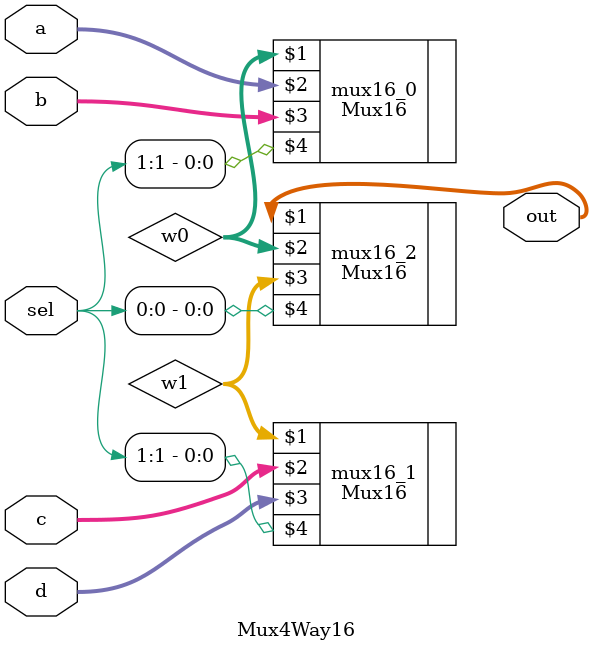
<source format=v>
/* módulo Mux4Way16 */

`ifndef _Mux4Way16_
`define _Mux4Way16_

`include "Mux16.v"

module Mux4Way16(out, a, b, c, d, sel);
    input [15:0] a, b, c, d;
    input [1:0] sel;
    output [15:0] out;
    wire [15:0] w0, w1;

    // 

    Mux16 mux16_0(w0, a, b, sel[1]);
    Mux16 mux16_1(w1, c, d, sel[1]);
    Mux16 mux16_2(out, w0, w1, sel[0]);

endmodule

`endif
</source>
